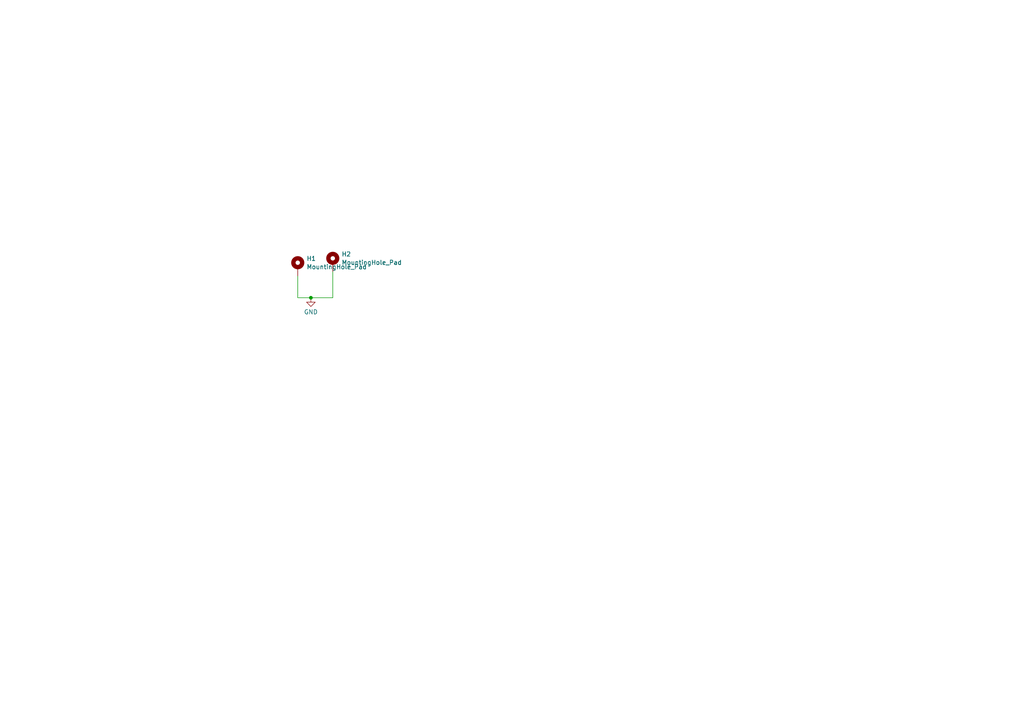
<source format=kicad_sch>
(kicad_sch
	(version 20231120)
	(generator "eeschema")
	(generator_version "8.0")
	(uuid "2a8d935a-315a-421f-a62b-248ab4ff1bc1")
	(paper "A4")
	(lib_symbols
		(symbol "Mechanical:MountingHole_Pad"
			(pin_numbers hide)
			(pin_names
				(offset 1.016) hide)
			(exclude_from_sim yes)
			(in_bom no)
			(on_board yes)
			(property "Reference" "H"
				(at 0 6.35 0)
				(effects
					(font
						(size 1.27 1.27)
					)
				)
			)
			(property "Value" "MountingHole_Pad"
				(at 0 4.445 0)
				(effects
					(font
						(size 1.27 1.27)
					)
				)
			)
			(property "Footprint" ""
				(at 0 0 0)
				(effects
					(font
						(size 1.27 1.27)
					)
					(hide yes)
				)
			)
			(property "Datasheet" "~"
				(at 0 0 0)
				(effects
					(font
						(size 1.27 1.27)
					)
					(hide yes)
				)
			)
			(property "Description" "Mounting Hole with connection"
				(at 0 0 0)
				(effects
					(font
						(size 1.27 1.27)
					)
					(hide yes)
				)
			)
			(property "ki_keywords" "mounting hole"
				(at 0 0 0)
				(effects
					(font
						(size 1.27 1.27)
					)
					(hide yes)
				)
			)
			(property "ki_fp_filters" "MountingHole*Pad*"
				(at 0 0 0)
				(effects
					(font
						(size 1.27 1.27)
					)
					(hide yes)
				)
			)
			(symbol "MountingHole_Pad_0_1"
				(circle
					(center 0 1.27)
					(radius 1.27)
					(stroke
						(width 1.27)
						(type default)
					)
					(fill
						(type none)
					)
				)
			)
			(symbol "MountingHole_Pad_1_1"
				(pin input line
					(at 0 -2.54 90)
					(length 2.54)
					(name "1"
						(effects
							(font
								(size 1.27 1.27)
							)
						)
					)
					(number "1"
						(effects
							(font
								(size 1.27 1.27)
							)
						)
					)
				)
			)
		)
		(symbol "power:GND"
			(power)
			(pin_numbers hide)
			(pin_names
				(offset 0) hide)
			(exclude_from_sim no)
			(in_bom yes)
			(on_board yes)
			(property "Reference" "#PWR"
				(at 0 -6.35 0)
				(effects
					(font
						(size 1.27 1.27)
					)
					(hide yes)
				)
			)
			(property "Value" "GND"
				(at 0 -3.81 0)
				(effects
					(font
						(size 1.27 1.27)
					)
				)
			)
			(property "Footprint" ""
				(at 0 0 0)
				(effects
					(font
						(size 1.27 1.27)
					)
					(hide yes)
				)
			)
			(property "Datasheet" ""
				(at 0 0 0)
				(effects
					(font
						(size 1.27 1.27)
					)
					(hide yes)
				)
			)
			(property "Description" "Power symbol creates a global label with name \"GND\" , ground"
				(at 0 0 0)
				(effects
					(font
						(size 1.27 1.27)
					)
					(hide yes)
				)
			)
			(property "ki_keywords" "global power"
				(at 0 0 0)
				(effects
					(font
						(size 1.27 1.27)
					)
					(hide yes)
				)
			)
			(symbol "GND_0_1"
				(polyline
					(pts
						(xy 0 0) (xy 0 -1.27) (xy 1.27 -1.27) (xy 0 -2.54) (xy -1.27 -1.27) (xy 0 -1.27)
					)
					(stroke
						(width 0)
						(type default)
					)
					(fill
						(type none)
					)
				)
			)
			(symbol "GND_1_1"
				(pin power_in line
					(at 0 0 270)
					(length 0)
					(name "~"
						(effects
							(font
								(size 1.27 1.27)
							)
						)
					)
					(number "1"
						(effects
							(font
								(size 1.27 1.27)
							)
						)
					)
				)
			)
		)
	)
	(junction
		(at 90.17 86.36)
		(diameter 0)
		(color 0 0 0 0)
		(uuid "511bb656-58ab-428e-9f22-4e9402ff3cdf")
	)
	(wire
		(pts
			(xy 90.17 86.36) (xy 96.52 86.36)
		)
		(stroke
			(width 0)
			(type default)
		)
		(uuid "71b949c4-32a1-4d46-bad1-ce960a905041")
	)
	(wire
		(pts
			(xy 86.36 80.01) (xy 86.36 86.36)
		)
		(stroke
			(width 0)
			(type default)
		)
		(uuid "c2820175-2e83-4ca8-8e3f-e5665a3b2f5f")
	)
	(wire
		(pts
			(xy 86.36 86.36) (xy 90.17 86.36)
		)
		(stroke
			(width 0)
			(type default)
		)
		(uuid "ea9df942-6751-4517-a933-f96e371b9101")
	)
	(wire
		(pts
			(xy 96.52 86.36) (xy 96.52 78.74)
		)
		(stroke
			(width 0)
			(type default)
		)
		(uuid "f6b80d5f-aab9-4abd-9eba-5c4dcac879a1")
	)
	(symbol
		(lib_id "Mechanical:MountingHole_Pad")
		(at 86.36 77.47 0)
		(unit 1)
		(exclude_from_sim yes)
		(in_bom no)
		(on_board yes)
		(dnp no)
		(fields_autoplaced yes)
		(uuid "1b48d043-556f-4fdb-b4ca-6732a4a208d7")
		(property "Reference" "H1"
			(at 88.9 74.9878 0)
			(effects
				(font
					(size 1.27 1.27)
				)
				(justify left)
			)
		)
		(property "Value" "MountingHole_Pad"
			(at 88.9 77.4121 0)
			(effects
				(font
					(size 1.27 1.27)
				)
				(justify left)
			)
		)
		(property "Footprint" "BYOM_General:plated_rack_hole"
			(at 86.36 77.47 0)
			(effects
				(font
					(size 1.27 1.27)
				)
				(hide yes)
			)
		)
		(property "Datasheet" "~"
			(at 86.36 77.47 0)
			(effects
				(font
					(size 1.27 1.27)
				)
				(hide yes)
			)
		)
		(property "Description" "Mounting Hole with connection"
			(at 86.36 77.47 0)
			(effects
				(font
					(size 1.27 1.27)
				)
				(hide yes)
			)
		)
		(pin "1"
			(uuid "e7bb4c8c-a2e6-4bd0-ab86-20ab107d2404")
		)
		(instances
			(project "BYOM_VCO_panel"
				(path "/2a8d935a-315a-421f-a62b-248ab4ff1bc1"
					(reference "H1")
					(unit 1)
				)
			)
		)
	)
	(symbol
		(lib_id "Mechanical:MountingHole_Pad")
		(at 96.52 76.2 0)
		(unit 1)
		(exclude_from_sim yes)
		(in_bom no)
		(on_board yes)
		(dnp no)
		(fields_autoplaced yes)
		(uuid "5ada6af7-a013-4be7-9fa1-8810b9400aa0")
		(property "Reference" "H2"
			(at 99.06 73.7178 0)
			(effects
				(font
					(size 1.27 1.27)
				)
				(justify left)
			)
		)
		(property "Value" "MountingHole_Pad"
			(at 99.06 76.1421 0)
			(effects
				(font
					(size 1.27 1.27)
				)
				(justify left)
			)
		)
		(property "Footprint" "BYOM_General:plated_rack_hole"
			(at 96.52 76.2 0)
			(effects
				(font
					(size 1.27 1.27)
				)
				(hide yes)
			)
		)
		(property "Datasheet" "~"
			(at 96.52 76.2 0)
			(effects
				(font
					(size 1.27 1.27)
				)
				(hide yes)
			)
		)
		(property "Description" "Mounting Hole with connection"
			(at 96.52 76.2 0)
			(effects
				(font
					(size 1.27 1.27)
				)
				(hide yes)
			)
		)
		(pin "1"
			(uuid "5c8fa217-2fd1-4d14-b66f-4c92898a246b")
		)
		(instances
			(project "BYOM_VCO_panel"
				(path "/2a8d935a-315a-421f-a62b-248ab4ff1bc1"
					(reference "H2")
					(unit 1)
				)
			)
		)
	)
	(symbol
		(lib_id "power:GND")
		(at 90.17 86.36 0)
		(unit 1)
		(exclude_from_sim no)
		(in_bom yes)
		(on_board yes)
		(dnp no)
		(fields_autoplaced yes)
		(uuid "be29601a-4d1f-489c-bc8c-ea555651dbfc")
		(property "Reference" "#PWR01"
			(at 90.17 92.71 0)
			(effects
				(font
					(size 1.27 1.27)
				)
				(hide yes)
			)
		)
		(property "Value" "GND"
			(at 90.17 90.4931 0)
			(effects
				(font
					(size 1.27 1.27)
				)
			)
		)
		(property "Footprint" ""
			(at 90.17 86.36 0)
			(effects
				(font
					(size 1.27 1.27)
				)
				(hide yes)
			)
		)
		(property "Datasheet" ""
			(at 90.17 86.36 0)
			(effects
				(font
					(size 1.27 1.27)
				)
				(hide yes)
			)
		)
		(property "Description" "Power symbol creates a global label with name \"GND\" , ground"
			(at 90.17 86.36 0)
			(effects
				(font
					(size 1.27 1.27)
				)
				(hide yes)
			)
		)
		(pin "1"
			(uuid "6fe00bf2-92c6-4253-b2c4-3a2bfc6a0a27")
		)
		(instances
			(project "BYOM_VCO_panel"
				(path "/2a8d935a-315a-421f-a62b-248ab4ff1bc1"
					(reference "#PWR01")
					(unit 1)
				)
			)
		)
	)
	(sheet_instances
		(path "/"
			(page "1")
		)
	)
)

</source>
